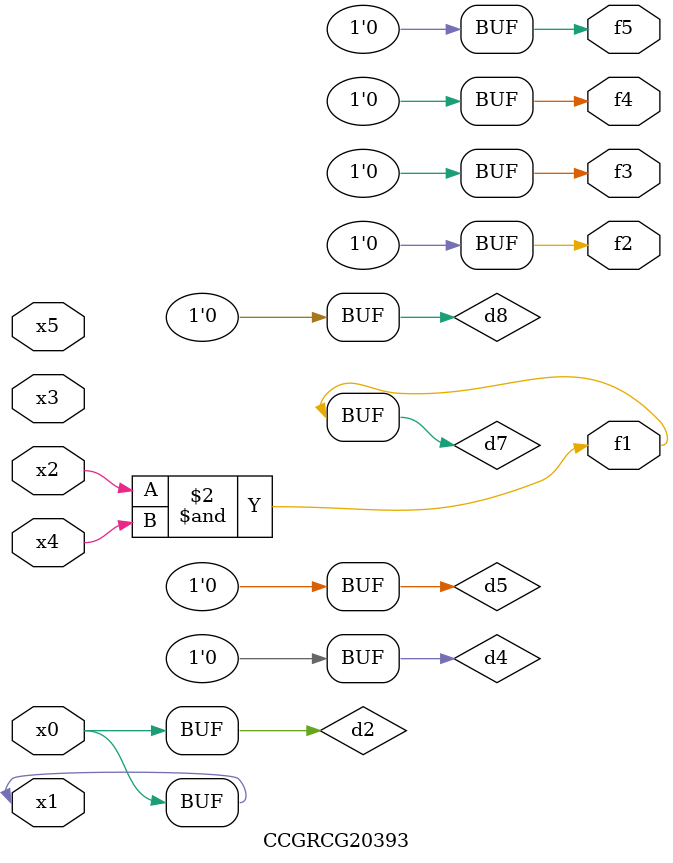
<source format=v>
module CCGRCG20393(
	input x0, x1, x2, x3, x4, x5,
	output f1, f2, f3, f4, f5
);

	wire d1, d2, d3, d4, d5, d6, d7, d8, d9;

	nand (d1, x1);
	buf (d2, x0, x1);
	nand (d3, x2, x4);
	and (d4, d1, d2);
	and (d5, d1, d2);
	nand (d6, d1, d3);
	not (d7, d3);
	xor (d8, d5);
	nor (d9, d5, d6);
	assign f1 = d7;
	assign f2 = d8;
	assign f3 = d8;
	assign f4 = d8;
	assign f5 = d8;
endmodule

</source>
